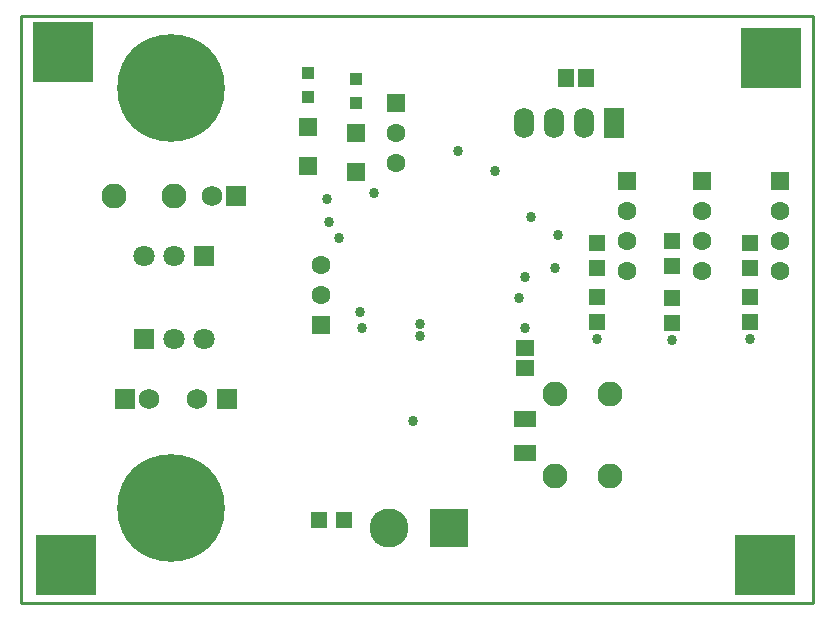
<source format=gts>
G04*
G04 #@! TF.GenerationSoftware,Altium Limited,Altium Designer,19.1.5 (86)*
G04*
G04 Layer_Color=8388736*
%FSLAX25Y25*%
%MOIN*%
G70*
G01*
G75*
%ADD13C,0.01000*%
%ADD21R,0.06400X0.06400*%
%ADD22R,0.05400X0.05400*%
%ADD23R,0.07487X0.05518*%
%ADD24R,0.03943X0.03943*%
%ADD25R,0.06306X0.05518*%
%ADD26R,0.05518X0.06306*%
%ADD27R,0.05400X0.05400*%
%ADD28C,0.07093*%
%ADD29R,0.07093X0.07093*%
%ADD30R,0.06699X0.10243*%
%ADD31O,0.06699X0.10243*%
%ADD32R,0.06306X0.06306*%
%ADD33C,0.06306*%
%ADD34C,0.35833*%
%ADD35R,0.06800X0.06800*%
%ADD36C,0.06800*%
%ADD37C,0.08300*%
%ADD38C,0.12998*%
%ADD39R,0.12998X0.12998*%
%ADD40R,0.20085X0.20085*%
%ADD41R,0.20085X0.20085*%
%ADD42C,0.03400*%
D13*
X35000Y253000D02*
X299000D01*
Y57500D02*
Y253000D01*
X35000Y57500D02*
X299000D01*
X35000D02*
Y253000D01*
D21*
X146500Y214000D02*
D03*
Y201000D02*
D03*
X130500Y216000D02*
D03*
Y203000D02*
D03*
D22*
X142500Y85000D02*
D03*
X134100D02*
D03*
D23*
X203000Y118709D02*
D03*
Y107291D02*
D03*
D24*
X146500Y232120D02*
D03*
Y224000D02*
D03*
X130500Y234120D02*
D03*
Y226000D02*
D03*
D25*
X203000Y135653D02*
D03*
Y142347D02*
D03*
D26*
X223346Y232500D02*
D03*
X216653D02*
D03*
D27*
X252000Y178000D02*
D03*
Y169600D02*
D03*
X278000Y177400D02*
D03*
Y169000D02*
D03*
X227000Y177400D02*
D03*
Y169000D02*
D03*
X252000Y159000D02*
D03*
Y150600D02*
D03*
X278000Y159400D02*
D03*
Y151000D02*
D03*
X227000Y159400D02*
D03*
Y151000D02*
D03*
D28*
X96000Y145500D02*
D03*
X86000D02*
D03*
X76000Y173000D02*
D03*
X86000D02*
D03*
D29*
X76000Y145500D02*
D03*
X96000Y173000D02*
D03*
D30*
X232500Y217500D02*
D03*
D31*
X222500D02*
D03*
X212500D02*
D03*
X202500D02*
D03*
D32*
X135000Y150000D02*
D03*
X237000Y198000D02*
D03*
X160000Y224000D02*
D03*
X262000Y198000D02*
D03*
X288000D02*
D03*
D33*
X135000Y160000D02*
D03*
Y170000D02*
D03*
X237000Y168000D02*
D03*
Y178000D02*
D03*
X237000Y188000D02*
D03*
X160000Y214000D02*
D03*
Y204000D02*
D03*
X262000Y168000D02*
D03*
Y178000D02*
D03*
Y188000D02*
D03*
X288000Y168000D02*
D03*
Y178000D02*
D03*
Y188000D02*
D03*
D34*
X85000Y89000D02*
D03*
Y229000D02*
D03*
D35*
X103500Y125500D02*
D03*
X106374Y193000D02*
D03*
X69563Y125500D02*
D03*
D36*
X93500D02*
D03*
X98500Y193000D02*
D03*
X77437Y125500D02*
D03*
D37*
X86000Y193000D02*
D03*
X66000D02*
D03*
X213000Y127000D02*
D03*
X231110D02*
D03*
Y99835D02*
D03*
X213000D02*
D03*
D38*
X157500Y82500D02*
D03*
D39*
X177500D02*
D03*
D40*
X49000Y241000D02*
D03*
X50000Y70000D02*
D03*
X285000Y239000D02*
D03*
D41*
X283000Y70000D02*
D03*
D42*
X152500Y194000D02*
D03*
X141000Y179000D02*
D03*
X278000Y145500D02*
D03*
X252000Y145000D02*
D03*
X227000Y145500D02*
D03*
X137500Y184500D02*
D03*
X148500Y149000D02*
D03*
X168000Y146500D02*
D03*
Y150500D02*
D03*
X148000Y154500D02*
D03*
X203000Y149000D02*
D03*
X165500Y118000D02*
D03*
X203000Y166000D02*
D03*
X180500Y208000D02*
D03*
X201039Y158953D02*
D03*
X193000Y201500D02*
D03*
X137000Y192000D02*
D03*
X205000Y186000D02*
D03*
X214000Y180000D02*
D03*
X213000Y169000D02*
D03*
M02*

</source>
